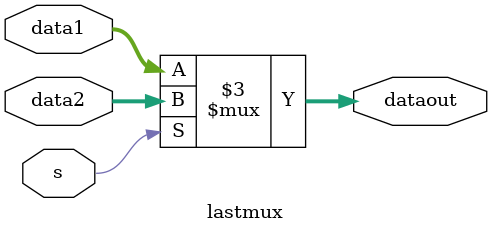
<source format=v>
`timescale 1ns / 1ps


module lastmux(
    input [31:0] data1,
    input [31:0] data2,
    input s,
    output reg [31:0] dataout
    );
    always@* begin
        if(s) dataout<=data2;
        else dataout<=data1;
    end
endmodule

</source>
